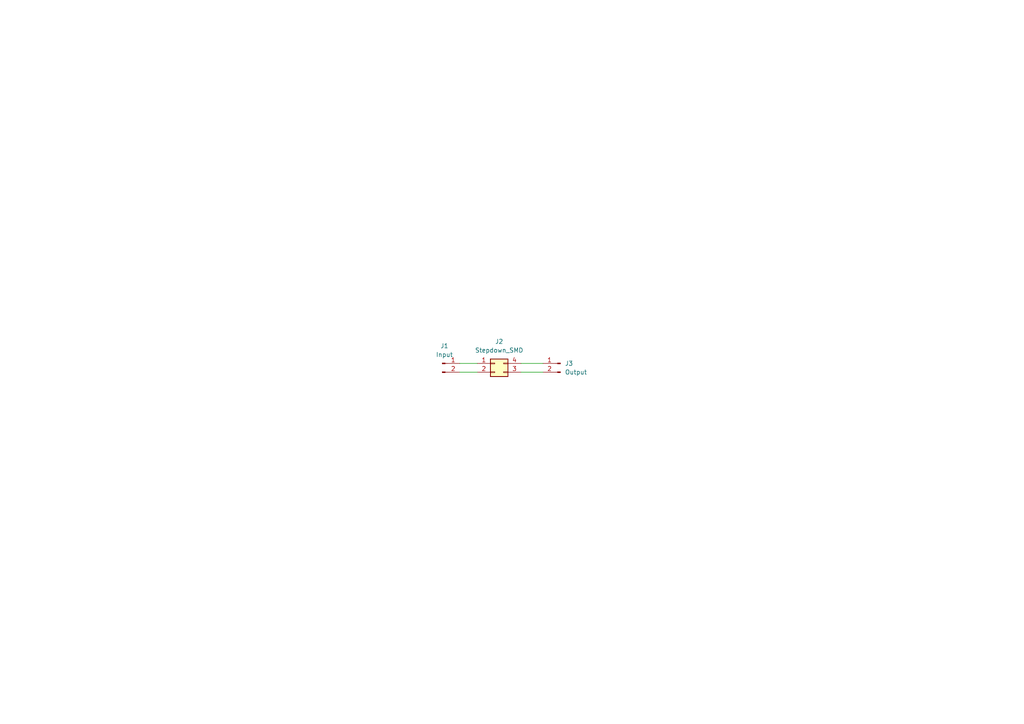
<source format=kicad_sch>
(kicad_sch (version 20211123) (generator eeschema)
  (paper "A4")
  (lib_symbols
    (symbol "Connector:Conn_01x02_Male" (pin_names (offset 1.016) hide)
      (property "Reference" "J" (at 0 2.54 0))
      (property "Value" "Conn_01x02_Male" (at 0 -5.08 0))
      (symbol "Conn_01x02_Male_1_1"
        (polyline (pts (xy 1.27 -2.54) (xy 0.8636 -2.54)) (stroke (width 0.1524)))
        (polyline (pts (xy 1.27 0) (xy 0.8636 0)) (stroke (width 0.1524)))
        (rectangle (start 0.8636 -2.413) (end 0 -2.667) (stroke (width 0.1524)) (fill (type outline)))
        (rectangle (start 0.8636 0.127) (end 0 -0.127) (stroke (width 0.1524)) (fill (type outline)))
        (pin passive line (at 5.08 0 180) (length 3.81) (name "Pin_1") (number "1"))
        (pin passive line (at 5.08 -2.54 180) (length 3.81) (name "Pin_2") (number "2"))
      )
    )
    (symbol "Connector_Generic:Conn_02x02_Counter_Clockwise" (pin_names (offset 1.016) hide)
      (property "Reference" "J" (at 1.27 2.54 0))
      (property "Value" "Conn_02x02_Counter_Clockwise" (at 1.27 -5.08 0))
      (symbol "Conn_02x02_Counter_Clockwise_1_1"
        (rectangle (start -1.27 -2.413) (end 0 -2.667) (stroke (width 0.1524)))
        (rectangle (start -1.27 0.127) (end 0 -0.127) (stroke (width 0.1524)))
        (rectangle (start -1.27 1.27) (end 3.81 -3.81) (stroke (width 0.254)) (fill (type background)))
        (rectangle (start 3.81 -2.413) (end 2.54 -2.667) (stroke (width 0.1524)))
        (rectangle (start 3.81 0.127) (end 2.54 -0.127) (stroke (width 0.1524)))
        (pin passive line (at -5.08 0 0) (length 3.81) (name "Pin_1") (number "1"))
        (pin passive line (at -5.08 -2.54 0) (length 3.81) (name "Pin_2") (number "2"))
        (pin passive line (at 7.62 -2.54 180) (length 3.81) (name "Pin_3") (number "3"))
        (pin passive line (at 7.62 0 180) (length 3.81) (name "Pin_4") (number "4"))
      )
    )
  )
  (wire (pts (xy 151.13 107.95) (xy 157.48 107.95)))
  (wire (pts (xy 151.13 105.41) (xy 157.48 105.41)))
  (wire (pts (xy 133.35 107.95) (xy 138.43 107.95)))
  (wire (pts (xy 133.35 105.41) (xy 138.43 105.41)))
  (symbol (lib_id "Connector:Conn_01x02_Male") (at 162.56 105.41 0) (mirror y) (unit 1)
    (property "Reference" "J3" (at 163.83 105.4099 0) (effects (justify right)))
    (property "Value" "Output" (at 163.83 107.9499 0) (effects (justify right)))
    (property "Footprint" "Connector_PinHeader_2.54mm:PinHeader_1x02_P2.54mm_Vertical" (effects hide))
  )
  (symbol (lib_id "Connector:Conn_01x02_Male") (at 128.27 105.41 0) (unit 1)
    (property "Reference" "J1" (at 128.905 100.33 0))
    (property "Value" "Input" (at 128.905 102.87 0))
    (property "Footprint" "Connector_PinHeader_2.54mm:PinHeader_1x02_P2.54mm_Vertical" (effects hide))
  )
  (symbol (lib_id "Connector_Generic:Conn_02x02_Counter_Clockwise") (at 143.51 105.41 0) (unit 1)
    (property "Reference" "J2" (at 144.78 99.06 0))
    (property "Value" "Stepdown_SMD" (at 144.78 101.6 0))
    (property "Footprint" "Moje_LIB:StepDown" (effects hide))
  )
)
</source>
